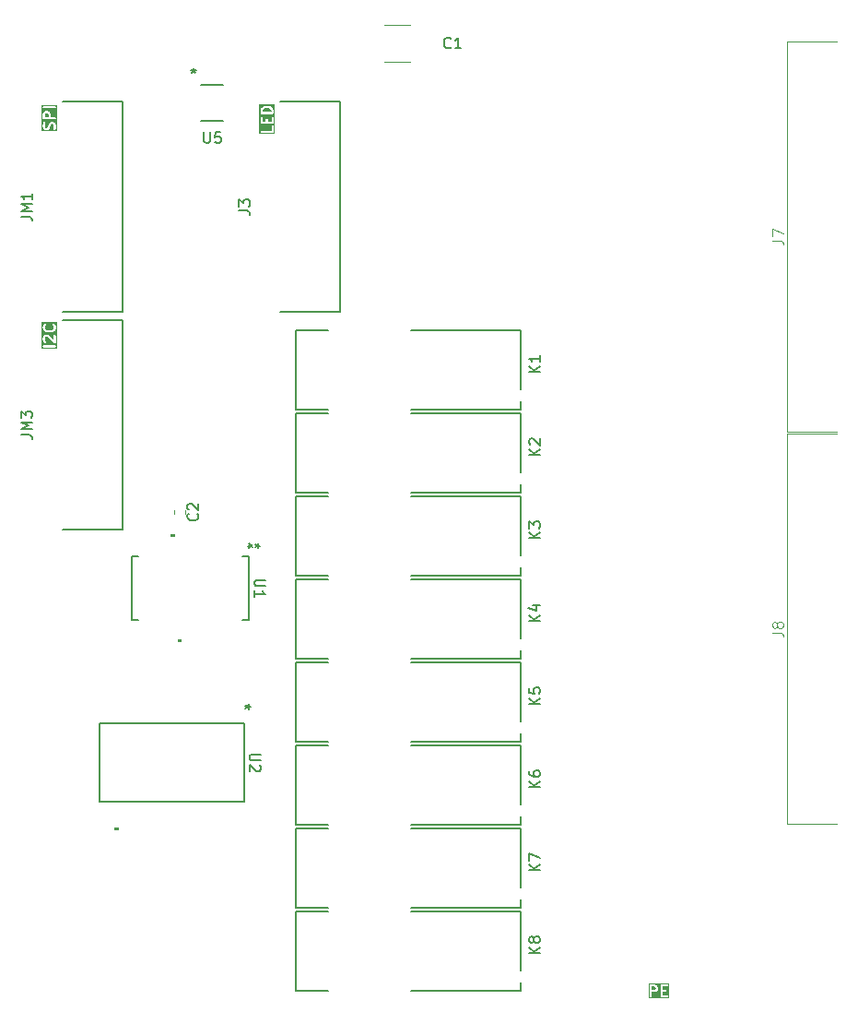
<source format=gbr>
%TF.GenerationSoftware,KiCad,Pcbnew,9.0.2*%
%TF.CreationDate,2025-06-13T13:04:20+03:00*%
%TF.ProjectId,PMCNV-RQ8,504d434e-562d-4525-9138-2e6b69636164,rev?*%
%TF.SameCoordinates,Original*%
%TF.FileFunction,Legend,Top*%
%TF.FilePolarity,Positive*%
%FSLAX46Y46*%
G04 Gerber Fmt 4.6, Leading zero omitted, Abs format (unit mm)*
G04 Created by KiCad (PCBNEW 9.0.2) date 2025-06-13 13:04:20*
%MOMM*%
%LPD*%
G01*
G04 APERTURE LIST*
%ADD10C,0.200000*%
%ADD11C,0.150000*%
%ADD12C,0.100000*%
%ADD13C,0.152400*%
%ADD14C,0.000000*%
%ADD15C,0.120000*%
G04 APERTURE END LIST*
D10*
G36*
X-13735782Y39035976D02*
G01*
X-13664873Y39000522D01*
X-13597803Y38933452D01*
X-13562781Y38828387D01*
X-13562781Y38706518D01*
X-14362781Y38706518D01*
X-14362781Y38828386D01*
X-14327760Y38933451D01*
X-14260687Y39000523D01*
X-14189782Y39035976D01*
X-14021901Y39077946D01*
X-13903663Y39077946D01*
X-13735782Y39035976D01*
G37*
G36*
X-13251670Y36681121D02*
G01*
X-14673892Y36681121D01*
X-14673892Y36911741D01*
X-14560860Y36911741D01*
X-14560860Y36872723D01*
X-14545928Y36836675D01*
X-14518338Y36809085D01*
X-14482290Y36794153D01*
X-14462781Y36792232D01*
X-13462781Y36792232D01*
X-13443272Y36794153D01*
X-13407224Y36809085D01*
X-13379634Y36836675D01*
X-13364702Y36872723D01*
X-13362781Y36892232D01*
X-13362781Y37368422D01*
X-13364702Y37387931D01*
X-13379634Y37423979D01*
X-13407224Y37451569D01*
X-13443272Y37466501D01*
X-13482290Y37466501D01*
X-13518338Y37451569D01*
X-13545928Y37423979D01*
X-13560860Y37387931D01*
X-13562781Y37368422D01*
X-13562781Y36992232D01*
X-14462781Y36992232D01*
X-14482290Y36990311D01*
X-14518338Y36975379D01*
X-14545928Y36947789D01*
X-14560860Y36911741D01*
X-14673892Y36911741D01*
X-14673892Y38177946D01*
X-14562781Y38177946D01*
X-14562781Y37701756D01*
X-14560860Y37682247D01*
X-14545928Y37646199D01*
X-14518338Y37618609D01*
X-14482290Y37603677D01*
X-14462781Y37601756D01*
X-13462781Y37601756D01*
X-13443272Y37603677D01*
X-13407224Y37618609D01*
X-13379634Y37646199D01*
X-13364702Y37682247D01*
X-13362781Y37701756D01*
X-13362781Y38177946D01*
X-13364702Y38197455D01*
X-13379634Y38233503D01*
X-13407224Y38261093D01*
X-13443272Y38276025D01*
X-13482290Y38276025D01*
X-13518338Y38261093D01*
X-13545928Y38233503D01*
X-13560860Y38197455D01*
X-13562781Y38177946D01*
X-13562781Y37801756D01*
X-13886591Y37801756D01*
X-13886591Y38035089D01*
X-13888512Y38054598D01*
X-13903444Y38090646D01*
X-13931034Y38118236D01*
X-13967082Y38133168D01*
X-14006100Y38133168D01*
X-14042148Y38118236D01*
X-14069738Y38090646D01*
X-14084670Y38054598D01*
X-14086591Y38035089D01*
X-14086591Y37801756D01*
X-14362781Y37801756D01*
X-14362781Y38177946D01*
X-14364702Y38197455D01*
X-14379634Y38233503D01*
X-14407224Y38261093D01*
X-14443272Y38276025D01*
X-14482290Y38276025D01*
X-14518338Y38261093D01*
X-14545928Y38233503D01*
X-14560860Y38197455D01*
X-14562781Y38177946D01*
X-14673892Y38177946D01*
X-14673892Y38844613D01*
X-14562781Y38844613D01*
X-14562781Y38606518D01*
X-14560860Y38587009D01*
X-14545928Y38550961D01*
X-14518338Y38523371D01*
X-14482290Y38508439D01*
X-14462781Y38506518D01*
X-13462781Y38506518D01*
X-13443272Y38508439D01*
X-13407224Y38523371D01*
X-13379634Y38550961D01*
X-13364702Y38587009D01*
X-13362781Y38606518D01*
X-13362781Y38844613D01*
X-13363754Y38854487D01*
X-13363566Y38857121D01*
X-13364354Y38860585D01*
X-13364702Y38864122D01*
X-13365714Y38866564D01*
X-13367913Y38876236D01*
X-13415532Y39019093D01*
X-13423523Y39036993D01*
X-13425878Y39039709D01*
X-13427253Y39043028D01*
X-13439689Y39058181D01*
X-13534929Y39153419D01*
X-13542599Y39159714D01*
X-13544328Y39161708D01*
X-13547333Y39163600D01*
X-13550082Y39165856D01*
X-13552526Y39166869D01*
X-13560918Y39172151D01*
X-13656156Y39219770D01*
X-13657583Y39220316D01*
X-13658163Y39220746D01*
X-13666340Y39223668D01*
X-13674464Y39226776D01*
X-13675187Y39226828D01*
X-13676624Y39227341D01*
X-13867099Y39274960D01*
X-13870481Y39275461D01*
X-13871844Y39276025D01*
X-13879195Y39276749D01*
X-13886492Y39277828D01*
X-13887951Y39277611D01*
X-13891353Y39277946D01*
X-14034210Y39277946D01*
X-14037613Y39277611D01*
X-14039071Y39277828D01*
X-14046369Y39276749D01*
X-14053719Y39276025D01*
X-14055083Y39275461D01*
X-14058464Y39274960D01*
X-14248940Y39227341D01*
X-14250379Y39226828D01*
X-14251099Y39226776D01*
X-14259224Y39223668D01*
X-14267400Y39220746D01*
X-14267980Y39220317D01*
X-14269408Y39219770D01*
X-14364645Y39172151D01*
X-14373044Y39166865D01*
X-14375481Y39165855D01*
X-14378225Y39163604D01*
X-14381236Y39161708D01*
X-14382969Y39159711D01*
X-14390635Y39153419D01*
X-14485873Y39058181D01*
X-14498309Y39043027D01*
X-14499684Y39039709D01*
X-14502039Y39036993D01*
X-14510030Y39019092D01*
X-14557649Y38876236D01*
X-14559849Y38866565D01*
X-14560860Y38864122D01*
X-14561209Y38860584D01*
X-14561996Y38857120D01*
X-14561809Y38854487D01*
X-14562781Y38844613D01*
X-14673892Y38844613D01*
X-14673892Y39389057D01*
X-13251670Y39389057D01*
X-13251670Y36681121D01*
G37*
G36*
X-34093446Y38571951D02*
G01*
X-34068777Y38547283D01*
X-34038972Y38487673D01*
X-34038972Y38230328D01*
X-34362781Y38230328D01*
X-34362781Y38487673D01*
X-34332976Y38547283D01*
X-34308308Y38571952D01*
X-34248698Y38601756D01*
X-34153055Y38601756D01*
X-34093446Y38571951D01*
G37*
G36*
X-33251670Y36919217D02*
G01*
X-34673892Y36919217D01*
X-34673892Y37558899D01*
X-34562781Y37558899D01*
X-34562781Y37320804D01*
X-34560860Y37301295D01*
X-34559485Y37297975D01*
X-34559230Y37294391D01*
X-34552224Y37276083D01*
X-34504605Y37180845D01*
X-34499320Y37172449D01*
X-34498309Y37170009D01*
X-34496056Y37167263D01*
X-34494162Y37164255D01*
X-34492168Y37162526D01*
X-34485873Y37154855D01*
X-34438254Y37107237D01*
X-34430588Y37100945D01*
X-34428855Y37098947D01*
X-34425847Y37097054D01*
X-34423101Y37094800D01*
X-34420661Y37093790D01*
X-34412264Y37088504D01*
X-34317027Y37040885D01*
X-34298718Y37033879D01*
X-34295135Y37033625D01*
X-34291814Y37032249D01*
X-34272305Y37030328D01*
X-34177067Y37030328D01*
X-34157558Y37032249D01*
X-34154238Y37033625D01*
X-34150654Y37033879D01*
X-34132346Y37040885D01*
X-34037108Y37088504D01*
X-34028712Y37093790D01*
X-34026272Y37094800D01*
X-34023526Y37097054D01*
X-34020518Y37098947D01*
X-34018789Y37100942D01*
X-34011118Y37107236D01*
X-33963500Y37154855D01*
X-33957208Y37162522D01*
X-33955210Y37164254D01*
X-33953317Y37167263D01*
X-33951063Y37170008D01*
X-33950053Y37172449D01*
X-33944767Y37180845D01*
X-33897148Y37276082D01*
X-33896602Y37277511D01*
X-33896172Y37278090D01*
X-33893251Y37286267D01*
X-33890142Y37294391D01*
X-33890091Y37295112D01*
X-33889577Y37296550D01*
X-33844621Y37476376D01*
X-33809167Y37547283D01*
X-33784499Y37571952D01*
X-33724889Y37601756D01*
X-33676865Y37601756D01*
X-33617254Y37571950D01*
X-33592586Y37547283D01*
X-33562781Y37487673D01*
X-33562781Y37289412D01*
X-33605268Y37161951D01*
X-33609615Y37142835D01*
X-33606849Y37103915D01*
X-33589399Y37069016D01*
X-33559923Y37043451D01*
X-33522907Y37031113D01*
X-33483987Y37033879D01*
X-33449088Y37051329D01*
X-33423523Y37080805D01*
X-33415532Y37098705D01*
X-33367913Y37241562D01*
X-33365714Y37251235D01*
X-33364702Y37253676D01*
X-33364354Y37257214D01*
X-33363566Y37260677D01*
X-33363754Y37263312D01*
X-33362781Y37273185D01*
X-33362781Y37511280D01*
X-33364702Y37530789D01*
X-33366078Y37534110D01*
X-33366332Y37537693D01*
X-33373338Y37556002D01*
X-33420957Y37651239D01*
X-33426243Y37659636D01*
X-33427253Y37662076D01*
X-33429507Y37664822D01*
X-33431400Y37667830D01*
X-33433397Y37669562D01*
X-33439690Y37677230D01*
X-33487310Y37724848D01*
X-33494980Y37731143D01*
X-33496709Y37733137D01*
X-33499714Y37735029D01*
X-33502463Y37737285D01*
X-33504907Y37738297D01*
X-33513299Y37743580D01*
X-33608537Y37791199D01*
X-33626845Y37798205D01*
X-33630429Y37798460D01*
X-33633749Y37799835D01*
X-33653258Y37801756D01*
X-33748496Y37801756D01*
X-33768005Y37799835D01*
X-33771326Y37798460D01*
X-33774909Y37798205D01*
X-33793218Y37791199D01*
X-33888455Y37743580D01*
X-33896852Y37738295D01*
X-33899292Y37737284D01*
X-33902038Y37735031D01*
X-33905046Y37733137D01*
X-33906779Y37731140D01*
X-33914445Y37724847D01*
X-33962064Y37677229D01*
X-33968359Y37669559D01*
X-33970353Y37667829D01*
X-33972247Y37664822D01*
X-33974500Y37662075D01*
X-33975511Y37659636D01*
X-33980796Y37651239D01*
X-34028415Y37556001D01*
X-34028961Y37554575D01*
X-34029391Y37553994D01*
X-34032313Y37545818D01*
X-34035421Y37537693D01*
X-34035473Y37536971D01*
X-34035986Y37535533D01*
X-34080943Y37355709D01*
X-34116396Y37284802D01*
X-34141065Y37260134D01*
X-34200674Y37230328D01*
X-34248698Y37230328D01*
X-34308308Y37260133D01*
X-34332976Y37284802D01*
X-34362781Y37344412D01*
X-34362781Y37542672D01*
X-34320294Y37670133D01*
X-34315947Y37689248D01*
X-34318713Y37728168D01*
X-34336163Y37763067D01*
X-34365639Y37788632D01*
X-34402655Y37800971D01*
X-34441575Y37798204D01*
X-34476474Y37780755D01*
X-34502039Y37751279D01*
X-34510030Y37733378D01*
X-34557649Y37590522D01*
X-34559849Y37580851D01*
X-34560860Y37578408D01*
X-34561209Y37574870D01*
X-34561996Y37571406D01*
X-34561809Y37568773D01*
X-34562781Y37558899D01*
X-34673892Y37558899D01*
X-34673892Y38511280D01*
X-34562781Y38511280D01*
X-34562781Y38130328D01*
X-34560860Y38110819D01*
X-34545928Y38074771D01*
X-34518338Y38047181D01*
X-34482290Y38032249D01*
X-34462781Y38030328D01*
X-33462781Y38030328D01*
X-33443272Y38032249D01*
X-33407224Y38047181D01*
X-33379634Y38074771D01*
X-33364702Y38110819D01*
X-33364702Y38149837D01*
X-33379634Y38185885D01*
X-33407224Y38213475D01*
X-33443272Y38228407D01*
X-33462781Y38230328D01*
X-33838972Y38230328D01*
X-33838972Y38511280D01*
X-33840893Y38530789D01*
X-33842269Y38534110D01*
X-33842523Y38537693D01*
X-33849529Y38556002D01*
X-33897148Y38651239D01*
X-33902434Y38659636D01*
X-33903444Y38662076D01*
X-33905698Y38664822D01*
X-33907591Y38667830D01*
X-33909589Y38669563D01*
X-33915881Y38677229D01*
X-33963499Y38724848D01*
X-33971170Y38731143D01*
X-33972899Y38733137D01*
X-33975907Y38735031D01*
X-33978653Y38737284D01*
X-33981093Y38738295D01*
X-33989489Y38743580D01*
X-34084727Y38791199D01*
X-34103035Y38798205D01*
X-34106619Y38798460D01*
X-34109939Y38799835D01*
X-34129448Y38801756D01*
X-34272305Y38801756D01*
X-34291814Y38799835D01*
X-34295135Y38798460D01*
X-34298718Y38798205D01*
X-34317027Y38791199D01*
X-34412264Y38743580D01*
X-34420661Y38738295D01*
X-34423101Y38737284D01*
X-34425847Y38735031D01*
X-34428855Y38733137D01*
X-34430588Y38731140D01*
X-34438254Y38724847D01*
X-34485873Y38677229D01*
X-34492168Y38669559D01*
X-34494162Y38667829D01*
X-34496056Y38664822D01*
X-34498309Y38662075D01*
X-34499320Y38659636D01*
X-34504605Y38651239D01*
X-34552224Y38556001D01*
X-34559230Y38537693D01*
X-34559485Y38534110D01*
X-34560860Y38530789D01*
X-34562781Y38511280D01*
X-34673892Y38511280D01*
X-34673892Y39149837D01*
X-34560860Y39149837D01*
X-34560860Y39110819D01*
X-34545928Y39074771D01*
X-34518338Y39047181D01*
X-34482290Y39032249D01*
X-34462781Y39030328D01*
X-33462781Y39030328D01*
X-33443272Y39032249D01*
X-33407224Y39047181D01*
X-33379634Y39074771D01*
X-33364702Y39110819D01*
X-33364702Y39149837D01*
X-33379634Y39185885D01*
X-33407224Y39213475D01*
X-33443272Y39228407D01*
X-33462781Y39230328D01*
X-34462781Y39230328D01*
X-34482290Y39228407D01*
X-34518338Y39213475D01*
X-34545928Y39185885D01*
X-34560860Y39149837D01*
X-34673892Y39149837D01*
X-34673892Y39341439D01*
X-33251670Y39341439D01*
X-33251670Y36919217D01*
G37*
G36*
X-33251670Y16966836D02*
G01*
X-34673892Y16966836D01*
X-34673892Y17197456D01*
X-34560860Y17197456D01*
X-34560860Y17158438D01*
X-34545928Y17122390D01*
X-34518338Y17094800D01*
X-34482290Y17079868D01*
X-34462781Y17077947D01*
X-33462781Y17077947D01*
X-33443272Y17079868D01*
X-33407224Y17094800D01*
X-33379634Y17122390D01*
X-33364702Y17158438D01*
X-33364702Y17197456D01*
X-33379634Y17233504D01*
X-33407224Y17261094D01*
X-33443272Y17276026D01*
X-33462781Y17277947D01*
X-34462781Y17277947D01*
X-34482290Y17276026D01*
X-34518338Y17261094D01*
X-34545928Y17233504D01*
X-34560860Y17197456D01*
X-34673892Y17197456D01*
X-34673892Y17987470D01*
X-34562781Y17987470D01*
X-34562781Y17749375D01*
X-34560860Y17729866D01*
X-34559485Y17726546D01*
X-34559230Y17722962D01*
X-34552224Y17704654D01*
X-34504605Y17609416D01*
X-34499320Y17601020D01*
X-34498309Y17598580D01*
X-34496056Y17595834D01*
X-34494162Y17592826D01*
X-34492168Y17591097D01*
X-34485873Y17583426D01*
X-34438254Y17535808D01*
X-34423101Y17523371D01*
X-34387052Y17508440D01*
X-34348034Y17508440D01*
X-34311986Y17523371D01*
X-34284396Y17550961D01*
X-34269465Y17587009D01*
X-34269465Y17626027D01*
X-34284396Y17662076D01*
X-34296833Y17677229D01*
X-34332976Y17713373D01*
X-34362781Y17772983D01*
X-34362781Y17963863D01*
X-34332976Y18023473D01*
X-34308308Y18048142D01*
X-34248698Y18077946D01*
X-34193294Y18077946D01*
X-34088230Y18042925D01*
X-33533492Y17488188D01*
X-33518338Y17475752D01*
X-33482290Y17460820D01*
X-33443272Y17460820D01*
X-33407224Y17475752D01*
X-33379634Y17503342D01*
X-33364702Y17539390D01*
X-33362781Y17558899D01*
X-33362781Y18177946D01*
X-33364702Y18197455D01*
X-33379634Y18233503D01*
X-33407224Y18261093D01*
X-33443272Y18276025D01*
X-33482290Y18276025D01*
X-33518338Y18261093D01*
X-33545928Y18233503D01*
X-33560860Y18197455D01*
X-33562781Y18177946D01*
X-33562781Y17800321D01*
X-33963499Y18201038D01*
X-33978653Y18213474D01*
X-33981972Y18214849D01*
X-33984687Y18217204D01*
X-34002588Y18225195D01*
X-34145444Y18272814D01*
X-34155116Y18275014D01*
X-34157558Y18276025D01*
X-34161097Y18276374D01*
X-34164560Y18277161D01*
X-34167194Y18276974D01*
X-34177067Y18277946D01*
X-34272305Y18277946D01*
X-34291814Y18276025D01*
X-34295135Y18274650D01*
X-34298718Y18274395D01*
X-34317027Y18267389D01*
X-34412264Y18219770D01*
X-34420661Y18214485D01*
X-34423101Y18213474D01*
X-34425847Y18211221D01*
X-34428855Y18209327D01*
X-34430588Y18207330D01*
X-34438254Y18201037D01*
X-34485873Y18153419D01*
X-34492168Y18145749D01*
X-34494162Y18144019D01*
X-34496056Y18141012D01*
X-34498309Y18138265D01*
X-34499320Y18135826D01*
X-34504605Y18127429D01*
X-34552224Y18032191D01*
X-34559230Y18013883D01*
X-34559485Y18010300D01*
X-34560860Y18006979D01*
X-34562781Y17987470D01*
X-34673892Y17987470D01*
X-34673892Y18987470D01*
X-34562781Y18987470D01*
X-34562781Y18892232D01*
X-34561809Y18882359D01*
X-34561996Y18879725D01*
X-34561209Y18876262D01*
X-34560860Y18872723D01*
X-34559849Y18870281D01*
X-34557649Y18860609D01*
X-34510030Y18717753D01*
X-34502039Y18699852D01*
X-34499684Y18697137D01*
X-34498309Y18693818D01*
X-34485873Y18678664D01*
X-34390635Y18583426D01*
X-34382969Y18577135D01*
X-34381236Y18575137D01*
X-34378225Y18573242D01*
X-34375481Y18570990D01*
X-34373044Y18569981D01*
X-34364645Y18564694D01*
X-34269408Y18517075D01*
X-34267980Y18516529D01*
X-34267400Y18516099D01*
X-34259224Y18513178D01*
X-34251099Y18510069D01*
X-34250379Y18510018D01*
X-34248940Y18509504D01*
X-34058464Y18461885D01*
X-34055083Y18461385D01*
X-34053719Y18460820D01*
X-34046369Y18460097D01*
X-34039071Y18459017D01*
X-34037613Y18459235D01*
X-34034210Y18458899D01*
X-33891353Y18458899D01*
X-33887951Y18459235D01*
X-33886492Y18459017D01*
X-33879195Y18460097D01*
X-33871844Y18460820D01*
X-33870481Y18461385D01*
X-33867099Y18461885D01*
X-33676624Y18509504D01*
X-33675187Y18510018D01*
X-33674464Y18510069D01*
X-33666340Y18513178D01*
X-33658163Y18516099D01*
X-33657583Y18516530D01*
X-33656156Y18517075D01*
X-33560918Y18564694D01*
X-33552526Y18569977D01*
X-33550082Y18570989D01*
X-33547333Y18573246D01*
X-33544328Y18575137D01*
X-33542599Y18577132D01*
X-33534929Y18583426D01*
X-33439689Y18678664D01*
X-33427253Y18693817D01*
X-33425878Y18697137D01*
X-33423523Y18699852D01*
X-33415532Y18717752D01*
X-33367913Y18860609D01*
X-33365714Y18870282D01*
X-33364702Y18872723D01*
X-33364354Y18876261D01*
X-33363566Y18879724D01*
X-33363754Y18882359D01*
X-33362781Y18892232D01*
X-33362781Y18987470D01*
X-33363754Y18997344D01*
X-33363566Y18999978D01*
X-33364354Y19003442D01*
X-33364702Y19006979D01*
X-33365714Y19009421D01*
X-33367913Y19019093D01*
X-33415532Y19161950D01*
X-33423523Y19179850D01*
X-33425878Y19182566D01*
X-33427253Y19185885D01*
X-33439690Y19201039D01*
X-33487310Y19248657D01*
X-33502463Y19261094D01*
X-33538512Y19276025D01*
X-33577530Y19276024D01*
X-33613578Y19261093D01*
X-33641168Y19233503D01*
X-33656099Y19197454D01*
X-33656098Y19158436D01*
X-33641167Y19122388D01*
X-33628730Y19107235D01*
X-33597803Y19076309D01*
X-33562781Y18971244D01*
X-33562781Y18908459D01*
X-33597803Y18803394D01*
X-33664873Y18736324D01*
X-33735782Y18700870D01*
X-33903663Y18658899D01*
X-34021901Y18658899D01*
X-34189782Y18700870D01*
X-34260687Y18736322D01*
X-34327760Y18803395D01*
X-34362781Y18908459D01*
X-34362781Y18971243D01*
X-34327760Y19076309D01*
X-34296833Y19107235D01*
X-34284396Y19122388D01*
X-34269465Y19158437D01*
X-34269465Y19197455D01*
X-34284396Y19233503D01*
X-34311986Y19261093D01*
X-34348034Y19276024D01*
X-34387052Y19276024D01*
X-34423101Y19261093D01*
X-34438254Y19248656D01*
X-34485873Y19201038D01*
X-34498309Y19185884D01*
X-34499684Y19182566D01*
X-34502039Y19179850D01*
X-34510030Y19161949D01*
X-34557649Y19019093D01*
X-34559849Y19009422D01*
X-34560860Y19006979D01*
X-34561209Y19003441D01*
X-34561996Y18999977D01*
X-34561809Y18997344D01*
X-34562781Y18987470D01*
X-34673892Y18987470D01*
X-34673892Y19387136D01*
X-33251670Y19387136D01*
X-33251670Y16966836D01*
G37*
G36*
X21702668Y-41582024D02*
G01*
X21727337Y-41606692D01*
X21757142Y-41666302D01*
X21757142Y-41761945D01*
X21727337Y-41821554D01*
X21702668Y-41846222D01*
X21643059Y-41876028D01*
X21385714Y-41876028D01*
X21385714Y-41552219D01*
X21643059Y-41552219D01*
X21702668Y-41582024D01*
G37*
G36*
X22971094Y-42663330D02*
G01*
X21074603Y-42663330D01*
X21074603Y-41452219D01*
X21185714Y-41452219D01*
X21185714Y-42452219D01*
X21187635Y-42471728D01*
X21202567Y-42507776D01*
X21230157Y-42535366D01*
X21266205Y-42550298D01*
X21305223Y-42550298D01*
X21341271Y-42535366D01*
X21368861Y-42507776D01*
X21383793Y-42471728D01*
X21385714Y-42452219D01*
X21385714Y-42076028D01*
X21666666Y-42076028D01*
X21686175Y-42074107D01*
X21689495Y-42072731D01*
X21693079Y-42072477D01*
X21711387Y-42065471D01*
X21806625Y-42017852D01*
X21815021Y-42012566D01*
X21817461Y-42011556D01*
X21820207Y-42009302D01*
X21823215Y-42007409D01*
X21824944Y-42005414D01*
X21832615Y-41999120D01*
X21880233Y-41951501D01*
X21886525Y-41943834D01*
X21888523Y-41942102D01*
X21890416Y-41939093D01*
X21892670Y-41936348D01*
X21893680Y-41933907D01*
X21898966Y-41925511D01*
X21946585Y-41830274D01*
X21953591Y-41811965D01*
X21953845Y-41808381D01*
X21955221Y-41805061D01*
X21957142Y-41785552D01*
X21957142Y-41642695D01*
X21955221Y-41623186D01*
X21953845Y-41619865D01*
X21953591Y-41616282D01*
X21946585Y-41597973D01*
X21898966Y-41502736D01*
X21893680Y-41494339D01*
X21892670Y-41491899D01*
X21890416Y-41489153D01*
X21888523Y-41486145D01*
X21886525Y-41484412D01*
X21880233Y-41476746D01*
X21855707Y-41452219D01*
X22185714Y-41452219D01*
X22185714Y-42452219D01*
X22187635Y-42471728D01*
X22202567Y-42507776D01*
X22230157Y-42535366D01*
X22266205Y-42550298D01*
X22285714Y-42552219D01*
X22761904Y-42552219D01*
X22781413Y-42550298D01*
X22817461Y-42535366D01*
X22845051Y-42507776D01*
X22859983Y-42471728D01*
X22859983Y-42432710D01*
X22845051Y-42396662D01*
X22817461Y-42369072D01*
X22781413Y-42354140D01*
X22761904Y-42352219D01*
X22385714Y-42352219D01*
X22385714Y-42028409D01*
X22619047Y-42028409D01*
X22638556Y-42026488D01*
X22674604Y-42011556D01*
X22702194Y-41983966D01*
X22717126Y-41947918D01*
X22717126Y-41908900D01*
X22702194Y-41872852D01*
X22674604Y-41845262D01*
X22638556Y-41830330D01*
X22619047Y-41828409D01*
X22385714Y-41828409D01*
X22385714Y-41552219D01*
X22761904Y-41552219D01*
X22781413Y-41550298D01*
X22817461Y-41535366D01*
X22845051Y-41507776D01*
X22859983Y-41471728D01*
X22859983Y-41432710D01*
X22845051Y-41396662D01*
X22817461Y-41369072D01*
X22781413Y-41354140D01*
X22761904Y-41352219D01*
X22285714Y-41352219D01*
X22266205Y-41354140D01*
X22230157Y-41369072D01*
X22202567Y-41396662D01*
X22187635Y-41432710D01*
X22185714Y-41452219D01*
X21855707Y-41452219D01*
X21832615Y-41429127D01*
X21824944Y-41422832D01*
X21823215Y-41420838D01*
X21820207Y-41418944D01*
X21817461Y-41416691D01*
X21815021Y-41415680D01*
X21806625Y-41410395D01*
X21711387Y-41362776D01*
X21693079Y-41355770D01*
X21689495Y-41355515D01*
X21686175Y-41354140D01*
X21666666Y-41352219D01*
X21285714Y-41352219D01*
X21266205Y-41354140D01*
X21230157Y-41369072D01*
X21202567Y-41396662D01*
X21187635Y-41432710D01*
X21185714Y-41452219D01*
X21074603Y-41452219D01*
X21074603Y-41241108D01*
X22971094Y-41241108D01*
X22971094Y-42663330D01*
G37*
D11*
X-36545181Y9095239D02*
X-35830896Y9095239D01*
X-35830896Y9095239D02*
X-35688039Y9047620D01*
X-35688039Y9047620D02*
X-35592800Y8952382D01*
X-35592800Y8952382D02*
X-35545181Y8809525D01*
X-35545181Y8809525D02*
X-35545181Y8714287D01*
X-35545181Y9571430D02*
X-36545181Y9571430D01*
X-36545181Y9571430D02*
X-35830896Y9904763D01*
X-35830896Y9904763D02*
X-36545181Y10238096D01*
X-36545181Y10238096D02*
X-35545181Y10238096D01*
X-36545181Y10619049D02*
X-36545181Y11238096D01*
X-36545181Y11238096D02*
X-36164229Y10904763D01*
X-36164229Y10904763D02*
X-36164229Y11047620D01*
X-36164229Y11047620D02*
X-36116610Y11142858D01*
X-36116610Y11142858D02*
X-36068991Y11190477D01*
X-36068991Y11190477D02*
X-35973753Y11238096D01*
X-35973753Y11238096D02*
X-35735658Y11238096D01*
X-35735658Y11238096D02*
X-35640420Y11190477D01*
X-35640420Y11190477D02*
X-35592800Y11142858D01*
X-35592800Y11142858D02*
X-35545181Y11047620D01*
X-35545181Y11047620D02*
X-35545181Y10761906D01*
X-35545181Y10761906D02*
X-35592800Y10666668D01*
X-35592800Y10666668D02*
X-35640420Y10619049D01*
X11104819Y-8028094D02*
X10104819Y-8028094D01*
X11104819Y-7456666D02*
X10533390Y-7885237D01*
X10104819Y-7456666D02*
X10676247Y-8028094D01*
X10438152Y-6599523D02*
X11104819Y-6599523D01*
X10057200Y-6837618D02*
X10771485Y-7075713D01*
X10771485Y-7075713D02*
X10771485Y-6456666D01*
X-14559820Y-20238095D02*
X-15369343Y-20238095D01*
X-15369343Y-20238095D02*
X-15464581Y-20285714D01*
X-15464581Y-20285714D02*
X-15512200Y-20333333D01*
X-15512200Y-20333333D02*
X-15559820Y-20428571D01*
X-15559820Y-20428571D02*
X-15559820Y-20619047D01*
X-15559820Y-20619047D02*
X-15512200Y-20714285D01*
X-15512200Y-20714285D02*
X-15464581Y-20761904D01*
X-15464581Y-20761904D02*
X-15369343Y-20809523D01*
X-15369343Y-20809523D02*
X-14559820Y-20809523D01*
X-14655058Y-21238095D02*
X-14607439Y-21285714D01*
X-14607439Y-21285714D02*
X-14559820Y-21380952D01*
X-14559820Y-21380952D02*
X-14559820Y-21619047D01*
X-14559820Y-21619047D02*
X-14607439Y-21714285D01*
X-14607439Y-21714285D02*
X-14655058Y-21761904D01*
X-14655058Y-21761904D02*
X-14750296Y-21809523D01*
X-14750296Y-21809523D02*
X-14845534Y-21809523D01*
X-14845534Y-21809523D02*
X-14988391Y-21761904D01*
X-14988391Y-21761904D02*
X-15559820Y-21190476D01*
X-15559820Y-21190476D02*
X-15559820Y-21809523D01*
X-15506020Y-15895201D02*
X-15744115Y-15895201D01*
X-15648877Y-15657106D02*
X-15744115Y-15895201D01*
X-15744115Y-15895201D02*
X-15648877Y-16133296D01*
X-15934591Y-15752344D02*
X-15744115Y-15895201D01*
X-15744115Y-15895201D02*
X-15934591Y-16038058D01*
X11104819Y-15648094D02*
X10104819Y-15648094D01*
X11104819Y-15076666D02*
X10533390Y-15505237D01*
X10104819Y-15076666D02*
X10676247Y-15648094D01*
X10104819Y-14171904D02*
X10104819Y-14648094D01*
X10104819Y-14648094D02*
X10581009Y-14695713D01*
X10581009Y-14695713D02*
X10533390Y-14648094D01*
X10533390Y-14648094D02*
X10485771Y-14552856D01*
X10485771Y-14552856D02*
X10485771Y-14314761D01*
X10485771Y-14314761D02*
X10533390Y-14219523D01*
X10533390Y-14219523D02*
X10581009Y-14171904D01*
X10581009Y-14171904D02*
X10676247Y-14124285D01*
X10676247Y-14124285D02*
X10914342Y-14124285D01*
X10914342Y-14124285D02*
X11009580Y-14171904D01*
X11009580Y-14171904D02*
X11057200Y-14219523D01*
X11057200Y-14219523D02*
X11104819Y-14314761D01*
X11104819Y-14314761D02*
X11104819Y-14552856D01*
X11104819Y-14552856D02*
X11057200Y-14648094D01*
X11057200Y-14648094D02*
X11009580Y-14695713D01*
X11104819Y-23268094D02*
X10104819Y-23268094D01*
X11104819Y-22696666D02*
X10533390Y-23125237D01*
X10104819Y-22696666D02*
X10676247Y-23268094D01*
X10104819Y-21839523D02*
X10104819Y-22029999D01*
X10104819Y-22029999D02*
X10152438Y-22125237D01*
X10152438Y-22125237D02*
X10200057Y-22172856D01*
X10200057Y-22172856D02*
X10342914Y-22268094D01*
X10342914Y-22268094D02*
X10533390Y-22315713D01*
X10533390Y-22315713D02*
X10914342Y-22315713D01*
X10914342Y-22315713D02*
X11009580Y-22268094D01*
X11009580Y-22268094D02*
X11057200Y-22220475D01*
X11057200Y-22220475D02*
X11104819Y-22125237D01*
X11104819Y-22125237D02*
X11104819Y-21934761D01*
X11104819Y-21934761D02*
X11057200Y-21839523D01*
X11057200Y-21839523D02*
X11009580Y-21791904D01*
X11009580Y-21791904D02*
X10914342Y-21744285D01*
X10914342Y-21744285D02*
X10676247Y-21744285D01*
X10676247Y-21744285D02*
X10581009Y-21791904D01*
X10581009Y-21791904D02*
X10533390Y-21839523D01*
X10533390Y-21839523D02*
X10485771Y-21934761D01*
X10485771Y-21934761D02*
X10485771Y-22125237D01*
X10485771Y-22125237D02*
X10533390Y-22220475D01*
X10533390Y-22220475D02*
X10581009Y-22268094D01*
X10581009Y-22268094D02*
X10676247Y-22315713D01*
X11104819Y-38508094D02*
X10104819Y-38508094D01*
X11104819Y-37936666D02*
X10533390Y-38365237D01*
X10104819Y-37936666D02*
X10676247Y-38508094D01*
X10533390Y-37365237D02*
X10485771Y-37460475D01*
X10485771Y-37460475D02*
X10438152Y-37508094D01*
X10438152Y-37508094D02*
X10342914Y-37555713D01*
X10342914Y-37555713D02*
X10295295Y-37555713D01*
X10295295Y-37555713D02*
X10200057Y-37508094D01*
X10200057Y-37508094D02*
X10152438Y-37460475D01*
X10152438Y-37460475D02*
X10104819Y-37365237D01*
X10104819Y-37365237D02*
X10104819Y-37174761D01*
X10104819Y-37174761D02*
X10152438Y-37079523D01*
X10152438Y-37079523D02*
X10200057Y-37031904D01*
X10200057Y-37031904D02*
X10295295Y-36984285D01*
X10295295Y-36984285D02*
X10342914Y-36984285D01*
X10342914Y-36984285D02*
X10438152Y-37031904D01*
X10438152Y-37031904D02*
X10485771Y-37079523D01*
X10485771Y-37079523D02*
X10533390Y-37174761D01*
X10533390Y-37174761D02*
X10533390Y-37365237D01*
X10533390Y-37365237D02*
X10581009Y-37460475D01*
X10581009Y-37460475D02*
X10628628Y-37508094D01*
X10628628Y-37508094D02*
X10723866Y-37555713D01*
X10723866Y-37555713D02*
X10914342Y-37555713D01*
X10914342Y-37555713D02*
X11009580Y-37508094D01*
X11009580Y-37508094D02*
X11057200Y-37460475D01*
X11057200Y-37460475D02*
X11104819Y-37365237D01*
X11104819Y-37365237D02*
X11104819Y-37174761D01*
X11104819Y-37174761D02*
X11057200Y-37079523D01*
X11057200Y-37079523D02*
X11009580Y-37031904D01*
X11009580Y-37031904D02*
X10914342Y-36984285D01*
X10914342Y-36984285D02*
X10723866Y-36984285D01*
X10723866Y-36984285D02*
X10628628Y-37031904D01*
X10628628Y-37031904D02*
X10581009Y-37079523D01*
X10581009Y-37079523D02*
X10533390Y-37174761D01*
X11104819Y14831906D02*
X10104819Y14831906D01*
X11104819Y15403334D02*
X10533390Y14974763D01*
X10104819Y15403334D02*
X10676247Y14831906D01*
X11104819Y16355715D02*
X11104819Y15784287D01*
X11104819Y16070001D02*
X10104819Y16070001D01*
X10104819Y16070001D02*
X10247676Y15974763D01*
X10247676Y15974763D02*
X10342914Y15879525D01*
X10342914Y15879525D02*
X10390533Y15784287D01*
D12*
X32457419Y-9083333D02*
X33171704Y-9083333D01*
X33171704Y-9083333D02*
X33314561Y-9130952D01*
X33314561Y-9130952D02*
X33409800Y-9226190D01*
X33409800Y-9226190D02*
X33457419Y-9369047D01*
X33457419Y-9369047D02*
X33457419Y-9464285D01*
X32885990Y-8464285D02*
X32838371Y-8559523D01*
X32838371Y-8559523D02*
X32790752Y-8607142D01*
X32790752Y-8607142D02*
X32695514Y-8654761D01*
X32695514Y-8654761D02*
X32647895Y-8654761D01*
X32647895Y-8654761D02*
X32552657Y-8607142D01*
X32552657Y-8607142D02*
X32505038Y-8559523D01*
X32505038Y-8559523D02*
X32457419Y-8464285D01*
X32457419Y-8464285D02*
X32457419Y-8273809D01*
X32457419Y-8273809D02*
X32505038Y-8178571D01*
X32505038Y-8178571D02*
X32552657Y-8130952D01*
X32552657Y-8130952D02*
X32647895Y-8083333D01*
X32647895Y-8083333D02*
X32695514Y-8083333D01*
X32695514Y-8083333D02*
X32790752Y-8130952D01*
X32790752Y-8130952D02*
X32838371Y-8178571D01*
X32838371Y-8178571D02*
X32885990Y-8273809D01*
X32885990Y-8273809D02*
X32885990Y-8464285D01*
X32885990Y-8464285D02*
X32933609Y-8559523D01*
X32933609Y-8559523D02*
X32981228Y-8607142D01*
X32981228Y-8607142D02*
X33076466Y-8654761D01*
X33076466Y-8654761D02*
X33266942Y-8654761D01*
X33266942Y-8654761D02*
X33362180Y-8607142D01*
X33362180Y-8607142D02*
X33409800Y-8559523D01*
X33409800Y-8559523D02*
X33457419Y-8464285D01*
X33457419Y-8464285D02*
X33457419Y-8273809D01*
X33457419Y-8273809D02*
X33409800Y-8178571D01*
X33409800Y-8178571D02*
X33362180Y-8130952D01*
X33362180Y-8130952D02*
X33266942Y-8083333D01*
X33266942Y-8083333D02*
X33076466Y-8083333D01*
X33076466Y-8083333D02*
X32981228Y-8130952D01*
X32981228Y-8130952D02*
X32933609Y-8178571D01*
X32933609Y-8178571D02*
X32885990Y-8273809D01*
D11*
X11104819Y-30888094D02*
X10104819Y-30888094D01*
X11104819Y-30316666D02*
X10533390Y-30745237D01*
X10104819Y-30316666D02*
X10676247Y-30888094D01*
X10104819Y-29983332D02*
X10104819Y-29316666D01*
X10104819Y-29316666D02*
X11104819Y-29745237D01*
X-19761905Y36870181D02*
X-19761905Y36060658D01*
X-19761905Y36060658D02*
X-19714286Y35965420D01*
X-19714286Y35965420D02*
X-19666667Y35917800D01*
X-19666667Y35917800D02*
X-19571429Y35870181D01*
X-19571429Y35870181D02*
X-19380953Y35870181D01*
X-19380953Y35870181D02*
X-19285715Y35917800D01*
X-19285715Y35917800D02*
X-19238096Y35965420D01*
X-19238096Y35965420D02*
X-19190477Y36060658D01*
X-19190477Y36060658D02*
X-19190477Y36870181D01*
X-18238096Y36870181D02*
X-18714286Y36870181D01*
X-18714286Y36870181D02*
X-18761905Y36393991D01*
X-18761905Y36393991D02*
X-18714286Y36441610D01*
X-18714286Y36441610D02*
X-18619048Y36489229D01*
X-18619048Y36489229D02*
X-18380953Y36489229D01*
X-18380953Y36489229D02*
X-18285715Y36441610D01*
X-18285715Y36441610D02*
X-18238096Y36393991D01*
X-18238096Y36393991D02*
X-18190477Y36298753D01*
X-18190477Y36298753D02*
X-18190477Y36060658D01*
X-18190477Y36060658D02*
X-18238096Y35965420D01*
X-18238096Y35965420D02*
X-18285715Y35917800D01*
X-18285715Y35917800D02*
X-18380953Y35870181D01*
X-18380953Y35870181D02*
X-18619048Y35870181D01*
X-18619048Y35870181D02*
X-18714286Y35917800D01*
X-18714286Y35917800D02*
X-18761905Y35965420D01*
X-20720850Y42696981D02*
X-20720850Y42458886D01*
X-20958945Y42554124D02*
X-20720850Y42458886D01*
X-20720850Y42458886D02*
X-20482755Y42554124D01*
X-20863707Y42268410D02*
X-20720850Y42458886D01*
X-20720850Y42458886D02*
X-20577993Y42268410D01*
X-20370420Y1833334D02*
X-20322800Y1785715D01*
X-20322800Y1785715D02*
X-20275181Y1642858D01*
X-20275181Y1642858D02*
X-20275181Y1547620D01*
X-20275181Y1547620D02*
X-20322800Y1404763D01*
X-20322800Y1404763D02*
X-20418039Y1309525D01*
X-20418039Y1309525D02*
X-20513277Y1261906D01*
X-20513277Y1261906D02*
X-20703753Y1214287D01*
X-20703753Y1214287D02*
X-20846610Y1214287D01*
X-20846610Y1214287D02*
X-21037086Y1261906D01*
X-21037086Y1261906D02*
X-21132324Y1309525D01*
X-21132324Y1309525D02*
X-21227562Y1404763D01*
X-21227562Y1404763D02*
X-21275181Y1547620D01*
X-21275181Y1547620D02*
X-21275181Y1642858D01*
X-21275181Y1642858D02*
X-21227562Y1785715D01*
X-21227562Y1785715D02*
X-21179943Y1833334D01*
X-21179943Y2214287D02*
X-21227562Y2261906D01*
X-21227562Y2261906D02*
X-21275181Y2357144D01*
X-21275181Y2357144D02*
X-21275181Y2595239D01*
X-21275181Y2595239D02*
X-21227562Y2690477D01*
X-21227562Y2690477D02*
X-21179943Y2738096D01*
X-21179943Y2738096D02*
X-21084705Y2785715D01*
X-21084705Y2785715D02*
X-20989467Y2785715D01*
X-20989467Y2785715D02*
X-20846610Y2738096D01*
X-20846610Y2738096D02*
X-20275181Y2166668D01*
X-20275181Y2166668D02*
X-20275181Y2785715D01*
X-36545181Y29095239D02*
X-35830896Y29095239D01*
X-35830896Y29095239D02*
X-35688039Y29047620D01*
X-35688039Y29047620D02*
X-35592800Y28952382D01*
X-35592800Y28952382D02*
X-35545181Y28809525D01*
X-35545181Y28809525D02*
X-35545181Y28714287D01*
X-35545181Y29571430D02*
X-36545181Y29571430D01*
X-36545181Y29571430D02*
X-35830896Y29904763D01*
X-35830896Y29904763D02*
X-36545181Y30238096D01*
X-36545181Y30238096D02*
X-35545181Y30238096D01*
X-35545181Y31238096D02*
X-35545181Y30666668D01*
X-35545181Y30952382D02*
X-36545181Y30952382D01*
X-36545181Y30952382D02*
X-36402324Y30857144D01*
X-36402324Y30857144D02*
X-36307086Y30761906D01*
X-36307086Y30761906D02*
X-36259467Y30666668D01*
X11104819Y-408094D02*
X10104819Y-408094D01*
X11104819Y163334D02*
X10533390Y-265237D01*
X10104819Y163334D02*
X10676247Y-408094D01*
X10104819Y496668D02*
X10104819Y1115715D01*
X10104819Y1115715D02*
X10485771Y782382D01*
X10485771Y782382D02*
X10485771Y925239D01*
X10485771Y925239D02*
X10533390Y1020477D01*
X10533390Y1020477D02*
X10581009Y1068096D01*
X10581009Y1068096D02*
X10676247Y1115715D01*
X10676247Y1115715D02*
X10914342Y1115715D01*
X10914342Y1115715D02*
X11009580Y1068096D01*
X11009580Y1068096D02*
X11057200Y1020477D01*
X11057200Y1020477D02*
X11104819Y925239D01*
X11104819Y925239D02*
X11104819Y639525D01*
X11104819Y639525D02*
X11057200Y544287D01*
X11057200Y544287D02*
X11009580Y496668D01*
X-14104820Y-4238095D02*
X-14914343Y-4238095D01*
X-14914343Y-4238095D02*
X-15009581Y-4285714D01*
X-15009581Y-4285714D02*
X-15057200Y-4333333D01*
X-15057200Y-4333333D02*
X-15104820Y-4428571D01*
X-15104820Y-4428571D02*
X-15104820Y-4619047D01*
X-15104820Y-4619047D02*
X-15057200Y-4714285D01*
X-15057200Y-4714285D02*
X-15009581Y-4761904D01*
X-15009581Y-4761904D02*
X-14914343Y-4809523D01*
X-14914343Y-4809523D02*
X-14104820Y-4809523D01*
X-15104820Y-5809523D02*
X-15104820Y-5238095D01*
X-15104820Y-5523809D02*
X-14104820Y-5523809D01*
X-14104820Y-5523809D02*
X-14247677Y-5428571D01*
X-14247677Y-5428571D02*
X-14342915Y-5333333D01*
X-14342915Y-5333333D02*
X-14390534Y-5238095D01*
X-14655020Y-1118199D02*
X-14893115Y-1118199D01*
X-14797877Y-880104D02*
X-14893115Y-1118199D01*
X-14893115Y-1118199D02*
X-14797877Y-1356294D01*
X-15083591Y-975342D02*
X-14893115Y-1118199D01*
X-14893115Y-1118199D02*
X-15083591Y-1261056D01*
X-15745381Y-1118198D02*
X-15507286Y-1118198D01*
X-15602524Y-1356293D02*
X-15507286Y-1118198D01*
X-15507286Y-1118198D02*
X-15602524Y-880103D01*
X-15316810Y-1261055D02*
X-15507286Y-1118198D01*
X-15507286Y-1118198D02*
X-15316810Y-975341D01*
X11104819Y7211906D02*
X10104819Y7211906D01*
X11104819Y7783334D02*
X10533390Y7354763D01*
X10104819Y7783334D02*
X10676247Y7211906D01*
X10200057Y8164287D02*
X10152438Y8211906D01*
X10152438Y8211906D02*
X10104819Y8307144D01*
X10104819Y8307144D02*
X10104819Y8545239D01*
X10104819Y8545239D02*
X10152438Y8640477D01*
X10152438Y8640477D02*
X10200057Y8688096D01*
X10200057Y8688096D02*
X10295295Y8735715D01*
X10295295Y8735715D02*
X10390533Y8735715D01*
X10390533Y8735715D02*
X10533390Y8688096D01*
X10533390Y8688096D02*
X11104819Y8116668D01*
X11104819Y8116668D02*
X11104819Y8735715D01*
X2913333Y44640420D02*
X2865714Y44592800D01*
X2865714Y44592800D02*
X2722857Y44545181D01*
X2722857Y44545181D02*
X2627619Y44545181D01*
X2627619Y44545181D02*
X2484762Y44592800D01*
X2484762Y44592800D02*
X2389524Y44688039D01*
X2389524Y44688039D02*
X2341905Y44783277D01*
X2341905Y44783277D02*
X2294286Y44973753D01*
X2294286Y44973753D02*
X2294286Y45116610D01*
X2294286Y45116610D02*
X2341905Y45307086D01*
X2341905Y45307086D02*
X2389524Y45402324D01*
X2389524Y45402324D02*
X2484762Y45497562D01*
X2484762Y45497562D02*
X2627619Y45545181D01*
X2627619Y45545181D02*
X2722857Y45545181D01*
X2722857Y45545181D02*
X2865714Y45497562D01*
X2865714Y45497562D02*
X2913333Y45449943D01*
X3865714Y44545181D02*
X3294286Y44545181D01*
X3580000Y44545181D02*
X3580000Y45545181D01*
X3580000Y45545181D02*
X3484762Y45402324D01*
X3484762Y45402324D02*
X3389524Y45307086D01*
X3389524Y45307086D02*
X3294286Y45259467D01*
X-16545181Y29666667D02*
X-15830896Y29666667D01*
X-15830896Y29666667D02*
X-15688039Y29619048D01*
X-15688039Y29619048D02*
X-15592800Y29523810D01*
X-15592800Y29523810D02*
X-15545181Y29380953D01*
X-15545181Y29380953D02*
X-15545181Y29285715D01*
X-16545181Y30047620D02*
X-16545181Y30666667D01*
X-16545181Y30666667D02*
X-16164229Y30333334D01*
X-16164229Y30333334D02*
X-16164229Y30476191D01*
X-16164229Y30476191D02*
X-16116610Y30571429D01*
X-16116610Y30571429D02*
X-16068991Y30619048D01*
X-16068991Y30619048D02*
X-15973753Y30666667D01*
X-15973753Y30666667D02*
X-15735658Y30666667D01*
X-15735658Y30666667D02*
X-15640420Y30619048D01*
X-15640420Y30619048D02*
X-15592800Y30571429D01*
X-15592800Y30571429D02*
X-15545181Y30476191D01*
X-15545181Y30476191D02*
X-15545181Y30190477D01*
X-15545181Y30190477D02*
X-15592800Y30095239D01*
X-15592800Y30095239D02*
X-15640420Y30047620D01*
D12*
X32457419Y26916667D02*
X33171704Y26916667D01*
X33171704Y26916667D02*
X33314561Y26869048D01*
X33314561Y26869048D02*
X33409800Y26773810D01*
X33409800Y26773810D02*
X33457419Y26630953D01*
X33457419Y26630953D02*
X33457419Y26535715D01*
X32457419Y27297620D02*
X32457419Y27964286D01*
X32457419Y27964286D02*
X33457419Y27535715D01*
D13*
%TO.C,JM3*%
X-32781300Y376699D02*
X-27218700Y376699D01*
X-27218700Y19623301D02*
X-32781300Y19623301D01*
X-27218700Y376699D02*
X-27218700Y19623301D01*
%TO.C,K4*%
X-11337000Y-4183000D02*
X-11337000Y-11437000D01*
X-11337000Y-4183000D02*
X-8370000Y-4183000D01*
X-11337000Y-11437000D02*
X-8370000Y-11437000D01*
X-750000Y-11437000D02*
X9317000Y-11437000D01*
X9317000Y-4183000D02*
X-750000Y-4183000D01*
X9317000Y-9586600D02*
X9317000Y-4183000D01*
X9317000Y-11437000D02*
X9317000Y-10733400D01*
%TO.C,U2*%
X-29351999Y-17372999D02*
X-29351999Y-24627001D01*
X-29351999Y-24627001D02*
X-16098001Y-24627001D01*
X-16098001Y-17372999D02*
X-29351999Y-17372999D01*
X-16098001Y-24627001D02*
X-16098001Y-17372999D01*
D14*
G36*
X-27614500Y-27216800D02*
G01*
X-27995500Y-27216800D01*
X-27995500Y-26962800D01*
X-27614500Y-26962800D01*
X-27614500Y-27216800D01*
G37*
D13*
%TO.C,K5*%
X-11337000Y-11803000D02*
X-11337000Y-19057000D01*
X-11337000Y-11803000D02*
X-8370000Y-11803000D01*
X-11337000Y-19057000D02*
X-8370000Y-19057000D01*
X-750000Y-19057000D02*
X9317000Y-19057000D01*
X9317000Y-11803000D02*
X-750000Y-11803000D01*
X9317000Y-17206600D02*
X9317000Y-11803000D01*
X9317000Y-19057000D02*
X9317000Y-18353400D01*
%TO.C,K6*%
X-11337000Y-19423000D02*
X-11337000Y-26677000D01*
X-11337000Y-19423000D02*
X-8370000Y-19423000D01*
X-11337000Y-26677000D02*
X-8370000Y-26677000D01*
X-750000Y-26677000D02*
X9317000Y-26677000D01*
X9317000Y-19423000D02*
X-750000Y-19423000D01*
X9317000Y-24826600D02*
X9317000Y-19423000D01*
X9317000Y-26677000D02*
X9317000Y-25973400D01*
%TO.C,K8*%
X-11337000Y-34663000D02*
X-11337000Y-41917000D01*
X-11337000Y-34663000D02*
X-8370000Y-34663000D01*
X-11337000Y-41917000D02*
X-8370000Y-41917000D01*
X-750000Y-41917000D02*
X9317000Y-41917000D01*
X9317000Y-34663000D02*
X-750000Y-34663000D01*
X9317000Y-40066600D02*
X9317000Y-34663000D01*
X9317000Y-41917000D02*
X9317000Y-41213400D01*
%TO.C,K1*%
X-11337000Y18677000D02*
X-11337000Y11423000D01*
X-11337000Y18677000D02*
X-8370000Y18677000D01*
X-11337000Y11423000D02*
X-8370000Y11423000D01*
X-750000Y11423000D02*
X9317000Y11423000D01*
X9317000Y18677000D02*
X-750000Y18677000D01*
X9317000Y13273400D02*
X9317000Y18677000D01*
X9317000Y11423000D02*
X9317000Y12126600D01*
D12*
%TO.C,J8*%
X33800000Y9150000D02*
X38400000Y9150000D01*
X33800000Y-26650000D02*
X33800000Y9150000D01*
X38400000Y-26650000D02*
X33800000Y-26650000D01*
D13*
%TO.C,K7*%
X-11337000Y-27043000D02*
X-11337000Y-34297000D01*
X-11337000Y-27043000D02*
X-8370000Y-27043000D01*
X-11337000Y-34297000D02*
X-8370000Y-34297000D01*
X-750000Y-34297000D02*
X9317000Y-34297000D01*
X9317000Y-27043000D02*
X-750000Y-27043000D01*
X9317000Y-32446600D02*
X9317000Y-27043000D01*
X9317000Y-34297000D02*
X9317000Y-33593400D01*
%TO.C,U5*%
X-20003300Y37849000D02*
X-17996700Y37849000D01*
X-17996700Y41151000D02*
X-20003300Y41151000D01*
D15*
%TO.C,C2*%
X-22510000Y1859420D02*
X-22510000Y2140580D01*
X-21490000Y1859420D02*
X-21490000Y2140580D01*
D13*
%TO.C,JM1*%
X-32781300Y20376699D02*
X-27218700Y20376699D01*
X-27218700Y39623301D02*
X-32781300Y39623301D01*
X-27218700Y20376699D02*
X-27218700Y39623301D01*
%TO.C,K3*%
X-11337000Y3437000D02*
X-11337000Y-3817000D01*
X-11337000Y3437000D02*
X-8370000Y3437000D01*
X-11337000Y-3817000D02*
X-8370000Y-3817000D01*
X-750000Y-3817000D02*
X9317000Y-3817000D01*
X9317000Y3437000D02*
X-750000Y3437000D01*
X9317000Y-1966600D02*
X9317000Y3437000D01*
X9317000Y-3817000D02*
X9317000Y-3113400D01*
%TO.C,U1*%
X-26377000Y-2073001D02*
X-26377000Y-7926999D01*
X-26377000Y-7926999D02*
X-25773640Y-7926999D01*
X-25773638Y-2073001D02*
X-26377000Y-2073001D01*
X-16226360Y-7926999D02*
X-15623000Y-7926999D01*
X-15623000Y-2073001D02*
X-16226360Y-2073001D01*
X-15623000Y-7926999D02*
X-15623000Y-2073001D01*
D14*
G36*
X-22434498Y-290398D02*
G01*
X-22815498Y-290398D01*
X-22815498Y-36398D01*
X-22434498Y-36398D01*
X-22434498Y-290398D01*
G37*
G36*
X-21784499Y-9963602D02*
G01*
X-22165499Y-9963602D01*
X-22165499Y-9709602D01*
X-21784499Y-9709602D01*
X-21784499Y-9963602D01*
G37*
D13*
%TO.C,K2*%
X-11337000Y11057000D02*
X-11337000Y3803000D01*
X-11337000Y11057000D02*
X-8370000Y11057000D01*
X-11337000Y3803000D02*
X-8370000Y3803000D01*
X-750000Y3803000D02*
X9317000Y3803000D01*
X9317000Y11057000D02*
X-750000Y11057000D01*
X9317000Y5653400D02*
X9317000Y11057000D01*
X9317000Y3803000D02*
X9317000Y4506600D01*
D15*
%TO.C,C1*%
X-838748Y46710000D02*
X-3161252Y46710000D01*
X-838748Y43290000D02*
X-3161252Y43290000D01*
D13*
%TO.C,J3*%
X-12781300Y20376699D02*
X-7218700Y20376699D01*
X-7218700Y39623301D02*
X-12781300Y39623301D01*
X-7218700Y20376699D02*
X-7218700Y39623301D01*
D12*
%TO.C,J7*%
X33800000Y45150000D02*
X38400000Y45150000D01*
X33800000Y9350000D02*
X33800000Y45150000D01*
X38400000Y9350000D02*
X33800000Y9350000D01*
%TD*%
M02*

</source>
